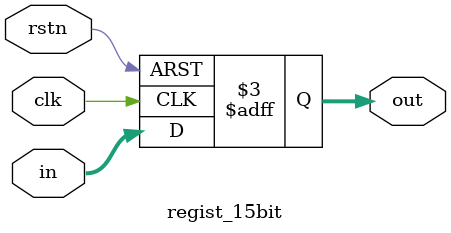
<source format=v>

module regist_15bit(
//-----input-----
  clk,
  rstn,
  in,
//-----output-----
  out
);

input clk;
input rstn;
input [14:0]in;
output [14:0]out;
reg [14:0]out;

always@(posedge clk or negedge rstn)
begin
  if(!rstn)
    begin
      out<=14'b0;
    end
  else
    begin
      out<=in;
    end
end

endmodule

</source>
